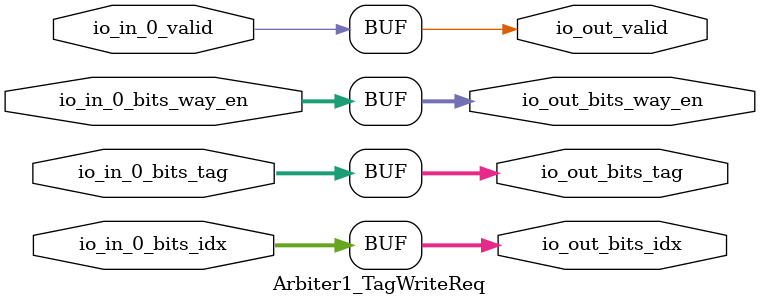
<source format=v>
`ifndef RANDOMIZE
  `ifdef RANDOMIZE_MEM_INIT
    `define RANDOMIZE
  `endif // RANDOMIZE_MEM_INIT
`endif // not def RANDOMIZE
`ifndef RANDOMIZE
  `ifdef RANDOMIZE_REG_INIT
    `define RANDOMIZE
  `endif // RANDOMIZE_REG_INIT
`endif // not def RANDOMIZE
`ifndef RANDOM
  `define RANDOM $random
`endif // not def RANDOM
// Users can define INIT_RANDOM as general code that gets injected into the
// initializer block for modules with registers.
`ifndef INIT_RANDOM
  `define INIT_RANDOM
`endif // not def INIT_RANDOM
// If using random initialization, you can also define RANDOMIZE_DELAY to
// customize the delay used, otherwise 0.002 is used.
`ifndef RANDOMIZE_DELAY
  `define RANDOMIZE_DELAY 0.002
`endif // not def RANDOMIZE_DELAY
// Define INIT_RANDOM_PROLOG_ for use in our modules below.
`ifndef INIT_RANDOM_PROLOG_
  `ifdef RANDOMIZE
    `ifdef VERILATOR
      `define INIT_RANDOM_PROLOG_ `INIT_RANDOM
    `else  // VERILATOR
      `define INIT_RANDOM_PROLOG_ `INIT_RANDOM #`RANDOMIZE_DELAY begin end
    `endif // VERILATOR
  `else  // RANDOMIZE
    `define INIT_RANDOM_PROLOG_
  `endif // RANDOMIZE
`endif // not def INIT_RANDOM_PROLOG_
// Include register initializers in init blocks unless synthesis is set
`ifndef SYNTHESIS
  `ifndef ENABLE_INITIAL_REG_
    `define ENABLE_INITIAL_REG_
  `endif // not def ENABLE_INITIAL_REG_
`endif // not def SYNTHESIS
// Include rmemory initializers in init blocks unless synthesis is set
`ifndef SYNTHESIS
  `ifndef ENABLE_INITIAL_MEM_
    `define ENABLE_INITIAL_MEM_
  `endif // not def ENABLE_INITIAL_MEM_
`endif // not def SYNTHESIS
module Arbiter1_TagWriteReq(
  input         io_in_0_valid,
  input  [6:0]  io_in_0_bits_idx,
  input  [7:0]  io_in_0_bits_way_en,
  input  [23:0] io_in_0_bits_tag,
  output        io_out_valid,
  output [6:0]  io_out_bits_idx,
  output [7:0]  io_out_bits_way_en,
  output [23:0] io_out_bits_tag
);

  assign io_out_valid = io_in_0_valid;
  assign io_out_bits_idx = io_in_0_bits_idx;
  assign io_out_bits_way_en = io_in_0_bits_way_en;
  assign io_out_bits_tag = io_in_0_bits_tag;
endmodule


</source>
